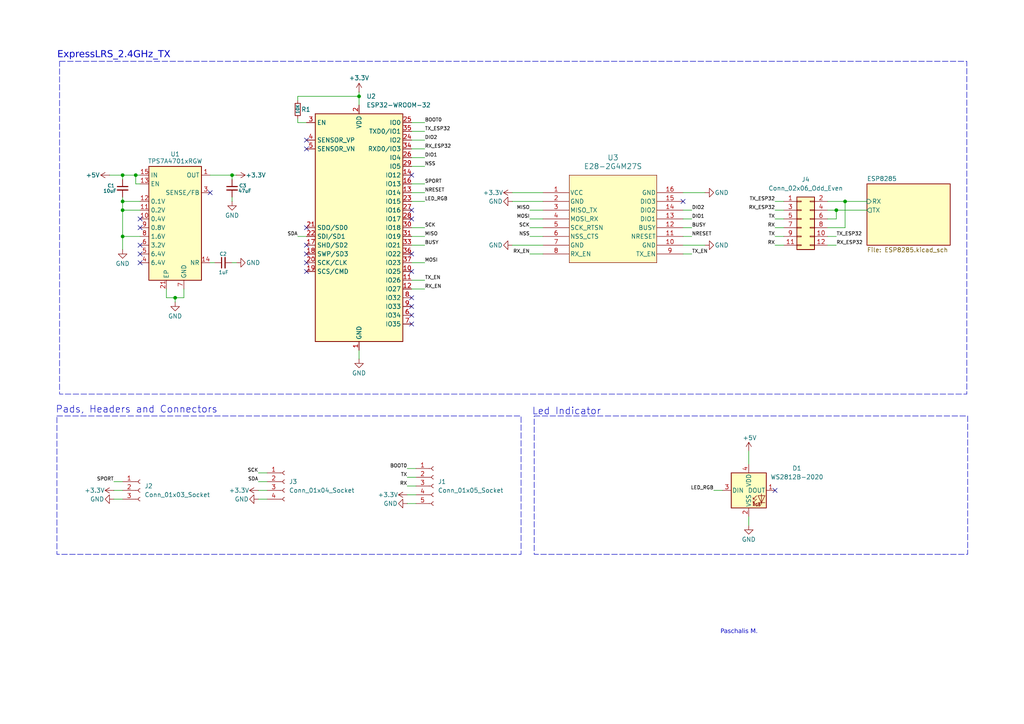
<source format=kicad_sch>
(kicad_sch (version 20250114) (generator "eeschema") (generator_version "9.0")
  (paper "A4")
  (title_block (title "TX3_2.4G") (date "2025-03-27") (rev "1.0") (company "https://github.com/Paschalis | TeodoraMiu") (comment 2 "telemetry and a WS2812B LED indicator to show ExpressLRS status.") (comment 3 "The TX3 features an integrated SSD1306 OLED display for on-screen "))
  (lib_symbols
    (symbol "Connector:Conn_01x03_Socket" (pin_names (offset 1.016) (hide yes))
      (property "Reference" "J" (at 0 5.08 0))
      (property "Value" "Conn_01x03_Socket" (at 0 -5.08 0))
      (symbol "Conn_01x03_Socket_1_1"
        (polyline (pts (xy -1.27 2.54) (xy -0.508 2.54)) (stroke (width 0.1524)))
        (polyline (pts (xy -1.27 0) (xy -0.508 0)) (stroke (width 0.1524)))
        (polyline (pts (xy -1.27 -2.54) (xy -0.508 -2.54)) (stroke (width 0.1524)))
        (arc (start 0 2.032) (mid -0.5058 2.54) (end 0 3.048) (stroke (width 0.1524)))
        (arc (start 0 -0.508) (mid -0.5058 0) (end 0 0.508) (stroke (width 0.1524)))
        (arc (start 0 -3.048) (mid -0.5058 -2.54) (end 0 -2.032) (stroke (width 0.1524)))
        (pin passive line (at -5.08 2.54 0) (length 3.81) (name "Pin_1") (number "1"))
        (pin passive line (at -5.08 0 0) (length 3.81) (name "Pin_2") (number "2"))
        (pin passive line (at -5.08 -2.54 0) (length 3.81) (name "Pin_3") (number "3"))
      )
    )
    (symbol "Connector:Conn_01x04_Socket" (pin_names (offset 1.016) (hide yes))
      (property "Reference" "J" (at 0 5.08 0))
      (property "Value" "Conn_01x04_Socket" (at 0 -7.62 0))
      (symbol "Conn_01x04_Socket_1_1"
        (polyline (pts (xy -1.27 2.54) (xy -0.508 2.54)) (stroke (width 0.1524)))
        (polyline (pts (xy -1.27 0) (xy -0.508 0)) (stroke (width 0.1524)))
        (polyline (pts (xy -1.27 -2.54) (xy -0.508 -2.54)) (stroke (width 0.1524)))
        (polyline (pts (xy -1.27 -5.08) (xy -0.508 -5.08)) (stroke (width 0.1524)))
        (arc (start 0 2.032) (mid -0.5058 2.54) (end 0 3.048) (stroke (width 0.1524)))
        (arc (start 0 -0.508) (mid -0.5058 0) (end 0 0.508) (stroke (width 0.1524)))
        (arc (start 0 -3.048) (mid -0.5058 -2.54) (end 0 -2.032) (stroke (width 0.1524)))
        (arc (start 0 -5.588) (mid -0.5058 -5.08) (end 0 -4.572) (stroke (width 0.1524)))
        (pin passive line (at -5.08 2.54 0) (length 3.81) (name "Pin_1") (number "1"))
        (pin passive line (at -5.08 0 0) (length 3.81) (name "Pin_2") (number "2"))
        (pin passive line (at -5.08 -2.54 0) (length 3.81) (name "Pin_3") (number "3"))
        (pin passive line (at -5.08 -5.08 0) (length 3.81) (name "Pin_4") (number "4"))
      )
    )
    (symbol "Connector:Conn_01x05_Socket" (pin_names (offset 1.016) (hide yes))
      (property "Reference" "J" (at 0 7.62 0))
      (property "Value" "Conn_01x05_Socket" (at 0 -7.62 0))
      (symbol "Conn_01x05_Socket_1_1"
        (polyline (pts (xy -1.27 5.08) (xy -0.508 5.08)) (stroke (width 0.1524)))
        (polyline (pts (xy -1.27 2.54) (xy -0.508 2.54)) (stroke (width 0.1524)))
        (polyline (pts (xy -1.27 0) (xy -0.508 0)) (stroke (width 0.1524)))
        (polyline (pts (xy -1.27 -2.54) (xy -0.508 -2.54)) (stroke (width 0.1524)))
        (polyline (pts (xy -1.27 -5.08) (xy -0.508 -5.08)) (stroke (width 0.1524)))
        (arc (start 0 4.572) (mid -0.5058 5.08) (end 0 5.588) (stroke (width 0.1524)))
        (arc (start 0 2.032) (mid -0.5058 2.54) (end 0 3.048) (stroke (width 0.1524)))
        (arc (start 0 -0.508) (mid -0.5058 0) (end 0 0.508) (stroke (width 0.1524)))
        (arc (start 0 -3.048) (mid -0.5058 -2.54) (end 0 -2.032) (stroke (width 0.1524)))
        (arc (start 0 -5.588) (mid -0.5058 -5.08) (end 0 -4.572) (stroke (width 0.1524)))
        (pin passive line (at -5.08 5.08 0) (length 3.81) (name "Pin_1") (number "1"))
        (pin passive line (at -5.08 2.54 0) (length 3.81) (name "Pin_2") (number "2"))
        (pin passive line (at -5.08 0 0) (length 3.81) (name "Pin_3") (number "3"))
        (pin passive line (at -5.08 -2.54 0) (length 3.81) (name "Pin_4") (number "4"))
        (pin passive line (at -5.08 -5.08 0) (length 3.81) (name "Pin_5") (number "5"))
      )
    )
    (symbol "Connector_Generic:Conn_02x06_Odd_Even" (pin_names (offset 1.016) (hide yes))
      (property "Reference" "J" (at 1.27 7.62 0))
      (property "Value" "Conn_02x06_Odd_Even" (at 1.27 -10.16 0))
      (symbol "Conn_02x06_Odd_Even_1_1"
        (rectangle (start -1.27 6.35) (end 3.81 -8.89) (stroke (width 0.254)) (fill (type background)))
        (rectangle (start -1.27 5.207) (end 0 4.953) (stroke (width 0.1524)))
        (rectangle (start -1.27 2.667) (end 0 2.413) (stroke (width 0.1524)))
        (rectangle (start -1.27 0.127) (end 0 -0.127) (stroke (width 0.1524)))
        (rectangle (start -1.27 -2.413) (end 0 -2.667) (stroke (width 0.1524)))
        (rectangle (start -1.27 -4.953) (end 0 -5.207) (stroke (width 0.1524)))
        (rectangle (start -1.27 -7.493) (end 0 -7.747) (stroke (width 0.1524)))
        (rectangle (start 3.81 5.207) (end 2.54 4.953) (stroke (width 0.1524)))
        (rectangle (start 3.81 2.667) (end 2.54 2.413) (stroke (width 0.1524)))
        (rectangle (start 3.81 0.127) (end 2.54 -0.127) (stroke (width 0.1524)))
        (rectangle (start 3.81 -2.413) (end 2.54 -2.667) (stroke (width 0.1524)))
        (rectangle (start 3.81 -4.953) (end 2.54 -5.207) (stroke (width 0.1524)))
        (rectangle (start 3.81 -7.493) (end 2.54 -7.747) (stroke (width 0.1524)))
        (pin passive line (at -5.08 5.08 0) (length 3.81) (name "Pin_1") (number "1"))
        (pin passive line (at -5.08 2.54 0) (length 3.81) (name "Pin_3") (number "3"))
        (pin passive line (at -5.08 0 0) (length 3.81) (name "Pin_5") (number "5"))
        (pin passive line (at -5.08 -2.54 0) (length 3.81) (name "Pin_7") (number "7"))
        (pin passive line (at -5.08 -5.08 0) (length 3.81) (name "Pin_9") (number "9"))
        (pin passive line (at -5.08 -7.62 0) (length 3.81) (name "Pin_11") (number "11"))
        (pin passive line (at 7.62 5.08 180) (length 3.81) (name "Pin_2") (number "2"))
        (pin passive line (at 7.62 2.54 180) (length 3.81) (name "Pin_4") (number "4"))
        (pin passive line (at 7.62 0 180) (length 3.81) (name "Pin_6") (number "6"))
        (pin passive line (at 7.62 -2.54 180) (length 3.81) (name "Pin_8") (number "8"))
        (pin passive line (at 7.62 -5.08 180) (length 3.81) (name "Pin_10") (number "10"))
        (pin passive line (at 7.62 -7.62 180) (length 3.81) (name "Pin_12") (number "12"))
      )
    )
    (symbol "Device:C_Small" (pin_numbers (hide yes)) (pin_names (offset 0.254) (hide yes))
      (property "Reference" "C" (at 0.254 1.778 0))
      (property "Value" "C_Small" (at 0.254 -2.032 0))
      (symbol "C_Small_0_1"
        (polyline (pts (xy -1.524 0.508) (xy 1.524 0.508)) (stroke (width 0.3048)))
        (polyline (pts (xy -1.524 -0.508) (xy 1.524 -0.508)) (stroke (width 0.3302)))
      )
      (symbol "C_Small_1_1"
        (pin passive line (at 0 2.54 270) (length 2.032) (name "~") (number "1"))
        (pin passive line (at 0 -2.54 90) (length 2.032) (name "~") (number "2"))
      )
    )
    (symbol "Device:R_Small" (pin_numbers (hide yes)) (pin_names (offset 0.254) (hide yes))
      (property "Reference" "R" (at 0.762 0.508 0))
      (property "Value" "R_Small" (at 0.762 -1.016 0))
      (symbol "R_Small_0_1"
        (rectangle (start -0.762 1.778) (end 0.762 -1.778) (stroke (width 0.2032)))
      )
      (symbol "R_Small_1_1"
        (pin passive line (at 0 2.54 270) (length 0.762) (name "~") (number "1"))
        (pin passive line (at 0 -2.54 90) (length 0.762) (name "~") (number "2"))
      )
    )
    (symbol "E28-2G4M27SX:E28-2G4M27S" (pin_names (offset 0.254))
      (property "Reference" "U" (at 20.32 10.16 0))
      (property "Value" "E28-2G4M27S" (at 20.32 7.62 0))
      (symbol "E28-2G4M27S_0_1"
        (pin power_out line (at 40.64 -15.24 180) (length 7.62) (name "GND") (number "10"))
      )
      (symbol "E28-2G4M27S_1_1"
        (rectangle (start 7.62 5.08) (end 33.02 -20.32) (fill (type color) (color 255 255 194 1)))
        (pin power_in line (at 0 0 0) (length 7.62) (name "VCC") (number "1"))
        (pin power_out line (at 0 -2.54 0) (length 7.62) (name "GND") (number "2"))
        (pin bidirectional line (at 0 -5.08 0) (length 7.62) (name "MISO_TX") (number "3"))
        (pin bidirectional line (at 0 -7.62 0) (length 7.62) (name "MOSI_RX") (number "4"))
        (pin input line (at 0 -10.16 0) (length 7.62) (name "SCK_RTSN") (number "5"))
        (pin input line (at 0 -12.7 0) (length 7.62) (name "NSS_CTS") (number "6"))
        (pin power_out line (at 0 -15.24 0) (length 7.62) (name "GND") (number "7"))
        (pin input line (at 0 -17.78 0) (length 7.62) (name "RX_EN") (number "8"))
        (pin power_out line (at 40.64 0 180) (length 7.62) (name "GND") (number "16"))
        (pin bidirectional line (at 40.64 -2.54 180) (length 7.62) (name "DIO3") (number "15"))
        (pin bidirectional line (at 40.64 -5.08 180) (length 7.62) (name "DIO2") (number "14"))
        (pin bidirectional line (at 40.64 -7.62 180) (length 7.62) (name "DIO1") (number "13"))
        (pin bidirectional line (at 40.64 -10.16 180) (length 7.62) (name "BUSY") (number "12"))
        (pin bidirectional line (at 40.64 -12.7 180) (length 7.62) (name "NRESET") (number "11"))
        (pin bidirectional line (at 40.64 -17.78 180) (length 7.62) (name "TX_EN") (number "9"))
      )
    )
    (symbol "LED:WS2812B-2020" (pin_names (offset 0.254))
      (property "Reference" "D" (at 5.08 5.715 0))
      (property "Value" "WS2812B-2020" (at 1.27 -5.715 0))
      (symbol "WS2812B-2020_0_0"
        (text "RGB" (at 2.286 -4.191 0) (effects (font (size 0.762 0.762))))
      )
      (symbol "WS2812B-2020_0_1"
        (polyline (pts (xy 1.27 -2.54) (xy 1.778 -2.54)))
        (polyline (pts (xy 1.27 -3.556) (xy 1.778 -3.556)))
        (polyline (pts (xy 2.286 -1.524) (xy 1.27 -2.54) (xy 1.27 -2.032)))
        (polyline (pts (xy 2.286 -2.54) (xy 1.27 -3.556) (xy 1.27 -3.048)))
        (polyline (pts (xy 3.683 -1.016) (xy 3.683 -3.556) (xy 3.683 -4.064)))
        (polyline (pts (xy 4.699 -1.524) (xy 2.667 -1.524) (xy 3.683 -3.556) (xy 4.699 -1.524)))
        (polyline (pts (xy 4.699 -3.556) (xy 2.667 -3.556)))
        (rectangle (start 5.08 5.08) (end -5.08 -5.08) (stroke (width 0.254)) (fill (type background)))
      )
      (symbol "WS2812B-2020_1_1"
        (pin input line (at -7.62 0 0) (length 2.54) (name "DIN") (number "3"))
        (pin power_in line (at 0 7.62 270) (length 2.54) (name "VDD") (number "4"))
        (pin power_in line (at 0 -7.62 90) (length 2.54) (name "VSS") (number "2"))
        (pin output line (at 7.62 0 180) (length 2.54) (name "DOUT") (number "1"))
      )
    )
    (symbol "RF_Module:ESP32-WROOM-32"
      (property "Reference" "U" (at -12.7 34.29 0))
      (property "Value" "ESP32-WROOM-32" (at 1.27 34.29 0))
      (symbol "ESP32-WROOM-32_0_1"
        (rectangle (start -12.7 33.02) (end 12.7 -33.02) (stroke (width 0.254)) (fill (type background)))
      )
      (symbol "ESP32-WROOM-32_1_1"
        (pin input line (at -15.24 30.48 0) (length 2.54) (name "EN") (number "3"))
        (pin input line (at -15.24 25.4 0) (length 2.54) (name "SENSOR_VP") (number "4"))
        (pin input line (at -15.24 22.86 0) (length 2.54) (name "SENSOR_VN") (number "5"))
        (pin bidirectional line (at -15.24 0 0) (length 2.54) (name "SDO/SD0") (number "21"))
        (pin bidirectional line (at -15.24 -2.54 0) (length 2.54) (name "SDI/SD1") (number "22"))
        (pin bidirectional line (at -15.24 -5.08 0) (length 2.54) (name "SHD/SD2") (number "17"))
        (pin bidirectional line (at -15.24 -7.62 0) (length 2.54) (name "SWP/SD3") (number "18"))
        (pin bidirectional line (at -15.24 -10.16 0) (length 2.54) (name "SCK/CLK") (number "20"))
        (pin bidirectional line (at -15.24 -12.7 0) (length 2.54) (name "SCS/CMD") (number "19"))
        (pin no_connect line (at -12.7 -27.94 0) (length 2.54) (hide yes) (name "NC") (number "32"))
        (pin power_in line (at 0 35.56 270) (length 2.54) (name "VDD") (number "2"))
        (pin power_in line (at 0 -35.56 90) (length 2.54) (name "GND") (number "1"))
        (pin passive line (at 0 -35.56 90) (length 2.54) (hide yes) (name "GND") (number "15"))
        (pin passive line (at 0 -35.56 90) (length 2.54) (hide yes) (name "GND") (number "38"))
        (pin passive line (at 0 -35.56 90) (length 2.54) (hide yes) (name "GND") (number "39"))
        (pin bidirectional line (at 15.24 30.48 180) (length 2.54) (name "IO0") (number "25"))
        (pin bidirectional line (at 15.24 27.94 180) (length 2.54) (name "TXD0/IO1") (number "35"))
        (pin bidirectional line (at 15.24 25.4 180) (length 2.54) (name "IO2") (number "24"))
        (pin bidirectional line (at 15.24 22.86 180) (length 2.54) (name "RXD0/IO3") (number "34"))
        (pin bidirectional line (at 15.24 20.32 180) (length 2.54) (name "IO4") (number "26"))
        (pin bidirectional line (at 15.24 17.78 180) (length 2.54) (name "IO5") (number "29"))
        (pin bidirectional line (at 15.24 15.24 180) (length 2.54) (name "IO12") (number "14"))
        (pin bidirectional line (at 15.24 12.7 180) (length 2.54) (name "IO13") (number "16"))
        (pin bidirectional line (at 15.24 10.16 180) (length 2.54) (name "IO14") (number "13"))
        (pin bidirectional line (at 15.24 7.62 180) (length 2.54) (name "IO15") (number "23"))
        (pin bidirectional line (at 15.24 5.08 180) (length 2.54) (name "IO16") (number "27"))
        (pin bidirectional line (at 15.24 2.54 180) (length 2.54) (name "IO17") (number "28"))
        (pin bidirectional line (at 15.24 0 180) (length 2.54) (name "IO18") (number "30"))
        (pin bidirectional line (at 15.24 -2.54 180) (length 2.54) (name "IO19") (number "31"))
        (pin bidirectional line (at 15.24 -5.08 180) (length 2.54) (name "IO21") (number "33"))
        (pin bidirectional line (at 15.24 -7.62 180) (length 2.54) (name "IO22") (number "36"))
        (pin bidirectional line (at 15.24 -10.16 180) (length 2.54) (name "IO23") (number "37"))
        (pin bidirectional line (at 15.24 -12.7 180) (length 2.54) (name "IO25") (number "10"))
        (pin bidirectional line (at 15.24 -15.24 180) (length 2.54) (name "IO26") (number "11"))
        (pin bidirectional line (at 15.24 -17.78 180) (length 2.54) (name "IO27") (number "12"))
        (pin bidirectional line (at 15.24 -20.32 180) (length 2.54) (name "IO32") (number "8"))
        (pin bidirectional line (at 15.24 -22.86 180) (length 2.54) (name "IO33") (number "9"))
        (pin input line (at 15.24 -25.4 180) (length 2.54) (name "IO34") (number "6"))
        (pin input line (at 15.24 -27.94 180) (length 2.54) (name "IO35") (number "7"))
      )
    )
    (symbol "Regulator_Linear:TPS7A4701xRGW"
      (property "Reference" "U" (at -6.35 19.05 0))
      (property "Value" "TPS7A4701xRGW" (at 3.81 19.05 0))
      (symbol "TPS7A4701xRGW_0_1"
        (rectangle (start -7.62 17.78) (end 7.62 -15.24) (stroke (width 0.254)) (fill (type background)))
      )
      (symbol "TPS7A4701xRGW_1_1"
        (pin power_in line (at -10.16 15.24 0) (length 2.54) (name "IN") (number "15"))
        (pin passive line (at -10.16 15.24 0) (length 2.54) (hide yes) (name "IN") (number "16"))
        (pin input line (at -10.16 12.7 0) (length 2.54) (name "EN") (number "13"))
        (pin input line (at -10.16 7.62 0) (length 2.54) (name "0.1V") (number "12"))
        (pin input line (at -10.16 5.08 0) (length 2.54) (name "0.2V") (number "11"))
        (pin input line (at -10.16 2.54 0) (length 2.54) (name "0.4V") (number "10"))
        (pin input line (at -10.16 0 0) (length 2.54) (name "0.8V") (number "9"))
        (pin input line (at -10.16 -2.54 0) (length 2.54) (name "1.6V") (number "8"))
        (pin input line (at -10.16 -5.08 0) (length 2.54) (name "3.2V") (number "6"))
        (pin input line (at -10.16 -7.62 0) (length 2.54) (name "6.4V") (number "5"))
        (pin input line (at -10.16 -10.16 0) (length 2.54) (name "6.4V") (number "4"))
        (pin passive line (at -2.54 -17.78 90) (length 2.54) (name "EP") (number "21"))
        (pin power_in line (at 2.54 -17.78 90) (length 2.54) (name "GND") (number "7"))
        (pin power_out line (at 10.16 15.24 180) (length 2.54) (name "OUT") (number "1"))
        (pin power_out line (at 10.16 15.24 180) (length 2.54) (hide yes) (name "OUT") (number "20"))
        (pin input line (at 10.16 10.16 180) (length 2.54) (name "SENSE/FB") (number "3"))
        (pin passive line (at 10.16 -10.16 180) (length 2.54) (name "NR") (number "14"))
      )
    )
    (symbol "power:+3.3V" (power) (pin_numbers (hide yes)) (pin_names (offset 0) (hide yes))
      (property "Value" "+3.3V" (at 0 3.556 0))
      (symbol "+3.3V_0_1"
        (polyline (pts (xy -0.762 1.27) (xy 0 2.54)))
        (polyline (pts (xy 0 2.54) (xy 0.762 1.27)))
        (polyline (pts (xy 0 0) (xy 0 2.54)))
      )
      (symbol "+3.3V_1_1"
        (pin power_in line (at 0 0 90) (length 0) (name "~") (number "1"))
      )
    )
    (symbol "power:+5V" (power) (pin_numbers (hide yes)) (pin_names (offset 0) (hide yes))
      (property "Value" "+5V" (at 0 3.556 0))
      (symbol "+5V_0_1"
        (polyline (pts (xy -0.762 1.27) (xy 0 2.54)))
        (polyline (pts (xy 0 2.54) (xy 0.762 1.27)))
        (polyline (pts (xy 0 0) (xy 0 2.54)))
      )
      (symbol "+5V_1_1"
        (pin power_in line (at 0 0 90) (length 0) (name "~") (number "1"))
      )
    )
    (symbol "power:GND" (power) (pin_numbers (hide yes)) (pin_names (offset 0) (hide yes))
      (property "Value" "GND" (at 0 -3.81 0))
      (symbol "GND_0_1"
        (polyline (pts (xy 0 0) (xy 0 -1.27) (xy 1.27 -1.27) (xy 0 -2.54) (xy -1.27 -1.27) (xy 0 -1.27)))
      )
      (symbol "GND_1_1"
        (pin power_in line (at 0 0 270) (length 0) (name "~") (number "1"))
      )
    )
  )
  (rectangle (start 154.94 120.65) (end 280.67 160.782) (stroke (width 0) (type dash)))
  (rectangle (start 17.272 17.78) (end 280.416 114.3) (stroke (width 0) (type dash)))
  (rectangle (start 16.51 120.65) (end 151.13 160.782) (stroke (width 0) (type dash)))
  (text "Paschalis M." (at 214.376 183.642 0) (effects (font (size 1.27 1.27))))
  (text "Led Indicator" (at 164.338 119.38 0) (effects (font (size 2 2))))
  (text "Pads, Headers and Connectors" (at 39.624 118.872 0) (effects (font (size 2 2))))
  (text "ExpressLRS_2.4GHz_TX" (at 33.02 16.51 0) (effects (font (size 2 2) (thickness 0.2938))))
  (junction (at 67.31 50.8))
  (junction (at 242.57 60.96))
  (junction (at 39.37 50.8))
  (junction (at 35.56 58.42))
  (junction (at 35.56 68.58))
  (junction (at 104.14 27.94))
  (junction (at 35.56 60.96))
  (junction (at 245.11 58.42))
  (junction (at 35.56 50.8))
  (junction (at 50.8 86.36))
  (no_connect (at 119.38 60.96))
  (no_connect (at 198.12 58.42))
  (no_connect (at 119.38 91.44))
  (no_connect (at 88.9 66.04))
  (no_connect (at 119.38 88.9))
  (no_connect (at 40.64 63.5))
  (no_connect (at 88.9 43.18))
  (no_connect (at 224.79 142.24))
  (no_connect (at 119.38 73.66))
  (no_connect (at 60.96 55.88))
  (no_connect (at 88.9 73.66))
  (no_connect (at 88.9 71.12))
  (no_connect (at 119.38 86.36))
  (no_connect (at 40.64 66.04))
  (no_connect (at 119.38 50.8))
  (no_connect (at 40.64 73.66))
  (no_connect (at 119.38 63.5))
  (no_connect (at 88.9 76.2))
  (no_connect (at 119.38 78.74))
  (no_connect (at 40.64 71.12))
  (no_connect (at 88.9 78.74))
  (no_connect (at 119.38 93.98))
  (no_connect (at 40.64 76.2))
  (no_connect (at 88.9 40.64))
  (wire (pts (xy 48.26 86.36) (xy 50.8 86.36)))
  (wire (pts (xy 198.12 55.88) (xy 204.47 55.88)))
  (wire (pts (xy 118.11 146.05) (xy 120.65 146.05)))
  (wire (pts (xy 33.02 139.7) (xy 35.56 139.7)))
  (wire (pts (xy 118.11 138.43) (xy 120.65 138.43)))
  (wire (pts (xy 104.14 101.6) (xy 104.14 104.14)))
  (wire (pts (xy 119.38 66.04) (xy 123.19 66.04)))
  (wire (pts (xy 35.56 60.96) (xy 35.56 68.58)))
  (wire (pts (xy 119.38 76.2) (xy 123.19 76.2)))
  (wire (pts (xy 74.93 142.24) (xy 77.47 142.24)))
  (wire (pts (xy 119.38 83.82) (xy 123.19 83.82)))
  (wire (pts (xy 35.56 68.58) (xy 40.64 68.58)))
  (wire (pts (xy 40.64 53.34) (xy 39.37 53.34)))
  (wire (pts (xy 224.79 66.04) (xy 227.33 66.04)))
  (wire (pts (xy 240.03 60.96) (xy 242.57 60.96)))
  (wire (pts (xy 240.03 58.42) (xy 245.11 58.42)))
  (wire (pts (xy 35.56 58.42) (xy 35.56 60.96)))
  (wire (pts (xy 119.38 58.42) (xy 123.19 58.42)))
  (wire (pts (xy 242.57 60.96) (xy 251.46 60.96)))
  (wire (pts (xy 35.56 50.8) (xy 39.37 50.8)))
  (wire (pts (xy 153.67 60.96) (xy 157.48 60.96)))
  (wire (pts (xy 74.93 144.78) (xy 77.47 144.78)))
  (wire (pts (xy 224.79 60.96) (xy 227.33 60.96)))
  (wire (pts (xy 153.67 68.58) (xy 157.48 68.58)))
  (wire (pts (xy 86.36 35.56) (xy 86.36 34.29)))
  (wire (pts (xy 198.12 63.5) (xy 200.66 63.5)))
  (wire (pts (xy 104.14 27.94) (xy 104.14 30.48)))
  (wire (pts (xy 240.03 66.04) (xy 245.11 66.04)))
  (wire (pts (xy 40.64 58.42) (xy 35.56 58.42)))
  (wire (pts (xy 118.11 143.51) (xy 120.65 143.51)))
  (wire (pts (xy 119.38 45.72) (xy 123.19 45.72)))
  (wire (pts (xy 153.67 66.04) (xy 157.48 66.04)))
  (wire (pts (xy 119.38 38.1) (xy 123.19 38.1)))
  (wire (pts (xy 153.67 63.5) (xy 157.48 63.5)))
  (wire (pts (xy 217.17 130.81) (xy 217.17 134.62)))
  (wire (pts (xy 88.9 35.56) (xy 86.36 35.56)))
  (wire (pts (xy 198.12 68.58) (xy 200.66 68.58)))
  (wire (pts (xy 224.79 58.42) (xy 227.33 58.42)))
  (wire (pts (xy 33.02 144.78) (xy 35.56 144.78)))
  (wire (pts (xy 35.56 57.15) (xy 35.56 58.42)))
  (wire (pts (xy 33.02 142.24) (xy 35.56 142.24)))
  (wire (pts (xy 198.12 66.04) (xy 200.66 66.04)))
  (wire (pts (xy 119.38 55.88) (xy 123.19 55.88)))
  (wire (pts (xy 35.56 60.96) (xy 40.64 60.96)))
  (wire (pts (xy 31.75 50.8) (xy 35.56 50.8)))
  (wire (pts (xy 119.38 43.18) (xy 123.19 43.18)))
  (wire (pts (xy 39.37 50.8) (xy 40.64 50.8)))
  (wire (pts (xy 240.03 63.5) (xy 242.57 63.5)))
  (wire (pts (xy 60.96 76.2) (xy 62.23 76.2)))
  (wire (pts (xy 74.93 137.16) (xy 77.47 137.16)))
  (wire (pts (xy 198.12 60.96) (xy 200.66 60.96)))
  (wire (pts (xy 148.59 58.42) (xy 157.48 58.42)))
  (wire (pts (xy 119.38 48.26) (xy 123.19 48.26)))
  (wire (pts (xy 148.59 71.12) (xy 157.48 71.12)))
  (wire (pts (xy 245.11 58.42) (xy 245.11 66.04)))
  (wire (pts (xy 148.59 55.88) (xy 157.48 55.88)))
  (wire (pts (xy 53.34 86.36) (xy 53.34 83.82)))
  (wire (pts (xy 67.31 50.8) (xy 68.58 50.8)))
  (wire (pts (xy 217.17 149.86) (xy 217.17 152.4)))
  (wire (pts (xy 39.37 53.34) (xy 39.37 50.8)))
  (wire (pts (xy 240.03 68.58) (xy 242.57 68.58)))
  (wire (pts (xy 119.38 35.56) (xy 123.19 35.56)))
  (wire (pts (xy 224.79 63.5) (xy 227.33 63.5)))
  (wire (pts (xy 48.26 83.82) (xy 48.26 86.36)))
  (wire (pts (xy 118.11 140.97) (xy 120.65 140.97)))
  (wire (pts (xy 104.14 26.67) (xy 104.14 27.94)))
  (wire (pts (xy 240.03 71.12) (xy 242.57 71.12)))
  (wire (pts (xy 198.12 71.12) (xy 204.47 71.12)))
  (wire (pts (xy 242.57 60.96) (xy 242.57 63.5)))
  (wire (pts (xy 86.36 68.58) (xy 88.9 68.58)))
  (wire (pts (xy 119.38 40.64) (xy 123.19 40.64)))
  (wire (pts (xy 67.31 76.2) (xy 68.58 76.2)))
  (wire (pts (xy 224.79 68.58) (xy 227.33 68.58)))
  (wire (pts (xy 207.01 142.24) (xy 209.55 142.24)))
  (wire (pts (xy 245.11 58.42) (xy 251.46 58.42)))
  (wire (pts (xy 60.96 50.8) (xy 67.31 50.8)))
  (wire (pts (xy 118.11 135.89) (xy 120.65 135.89)))
  (wire (pts (xy 119.38 53.34) (xy 123.19 53.34)))
  (wire (pts (xy 35.56 50.8) (xy 35.56 52.07)))
  (wire (pts (xy 50.8 86.36) (xy 53.34 86.36)))
  (wire (pts (xy 224.79 71.12) (xy 227.33 71.12)))
  (wire (pts (xy 50.8 87.63) (xy 50.8 86.36)))
  (wire (pts (xy 153.67 73.66) (xy 157.48 73.66)))
  (wire (pts (xy 86.36 29.21) (xy 86.36 27.94)))
  (wire (pts (xy 119.38 71.12) (xy 123.19 71.12)))
  (wire (pts (xy 67.31 52.07) (xy 67.31 50.8)))
  (wire (pts (xy 198.12 73.66) (xy 200.66 73.66)))
  (wire (pts (xy 119.38 68.58) (xy 123.19 68.58)))
  (wire (pts (xy 67.31 57.15) (xy 67.31 58.42)))
  (wire (pts (xy 119.38 81.28) (xy 123.19 81.28)))
  (wire (pts (xy 74.93 139.7) (xy 77.47 139.7)))
  (wire (pts (xy 35.56 68.58) (xy 35.56 72.39)))
  (wire (pts (xy 86.36 27.94) (xy 104.14 27.94)))
  (label "SDA" (at 74.93 139.7 180) (effects (font (size 1 1))))
  (label "TX_ESP32" (at 224.79 58.42 180) (effects (font (size 1 1))))
  (label "BOOT0" (at 123.19 35.56 0) (effects (font (size 1 1))))
  (label "SPORT" (at 123.19 53.34 0) (effects (font (size 1 1))))
  (label "DIO2" (at 200.66 60.96 0) (effects (font (size 1 1))))
  (label "TX_EN" (at 123.19 81.28 0) (effects (font (size 1 1))))
  (label "DIO1" (at 200.66 63.5 0) (effects (font (size 1 1))))
  (label "SCK" (at 74.93 137.16 180) (effects (font (size 1 1))))
  (label "RX" (at 224.79 71.12 180) (effects (font (size 1 1))))
  (label "TX" (at 224.79 63.5 180) (effects (font (size 1 1))))
  (label "RX" (at 118.11 140.97 180) (effects (font (size 1 1))))
  (label "TX" (at 224.79 68.58 180) (effects (font (size 1 1))))
  (label "BUSY" (at 200.66 66.04 0) (effects (font (size 1 1))))
  (label "LED_RGB" (at 123.19 58.42 0) (effects (font (size 1 1))))
  (label "DIO2" (at 123.19 40.64 0) (effects (font (size 1 1))))
  (label "SCK" (at 153.67 66.04 180) (effects (font (size 1 1))))
  (label "RX_ESP32" (at 224.79 60.96 180) (effects (font (size 1 1))))
  (label "RX_ESP32" (at 123.19 43.18 0) (effects (font (size 1 1))))
  (label "DIO1" (at 123.19 45.72 0) (effects (font (size 1 1))))
  (label "SCK" (at 123.19 66.04 0) (effects (font (size 1 1))))
  (label "SDA" (at 86.36 68.58 180) (effects (font (size 1 1))))
  (label "NRESET" (at 123.19 55.88 0) (effects (font (size 1 1))))
  (label "TX_ESP32" (at 123.19 38.1 0) (effects (font (size 1 1))))
  (label "LED_RGB" (at 207.01 142.24 180) (effects (font (size 1 1))))
  (label "BUSY" (at 123.19 71.12 0) (effects (font (size 1 1))))
  (label "RX" (at 224.79 66.04 180) (effects (font (size 1 1))))
  (label "RX_ESP32" (at 242.57 71.12 0) (effects (font (size 1 1))))
  (label "NSS" (at 153.67 68.58 180) (effects (font (size 1 1))))
  (label "MOSI" (at 123.19 76.2 0) (effects (font (size 1 1))))
  (label "TX_EN" (at 200.66 73.66 0) (effects (font (size 1 1))))
  (label "TX" (at 118.11 138.43 180) (effects (font (size 1 1))))
  (label "MISO" (at 123.19 68.58 0) (effects (font (size 1 1))))
  (label "NSS" (at 123.19 48.26 0) (effects (font (size 1 1))))
  (label "RX_EN" (at 153.67 73.66 180) (effects (font (size 1 1))))
  (label "RX_EN" (at 123.19 83.82 0) (effects (font (size 1 1))))
  (label "TX_ESP32" (at 242.57 68.58 0) (effects (font (size 1 1))))
  (label "BOOT0" (at 118.11 135.89 180) (effects (font (size 1 1))))
  (label "SPORT" (at 33.02 139.7 180) (effects (font (size 1 1))))
  (label "MOSI" (at 153.67 63.5 180) (effects (font (size 1 1))))
  (label "MISO" (at 153.67 60.96 180) (effects (font (size 1 1))))
  (label "NRESET" (at 200.66 68.58 0) (effects (font (size 1 1))))
  (symbol (lib_id "Connector:Conn_01x05_Socket") (at 125.73 140.97 0) (unit 1)
    (property "Reference" "J1" (at 127 139.6999 0) (effects (justify left)))
    (property "Value" "Conn_01x05_Socket" (at 127 142.2399 0) (effects (justify left)))
    (property "Footprint" "Connector_JST:JST_XH_B5B-XH-A_1x05_P2.50mm_Vertical" (effects (hide yes)))
    (property "Description" "Generic connector, single row, 01x05, script generated" (effects (hide yes)))
  )
  (symbol (lib_id "RF_Module:ESP32-WROOM-32") (at 104.14 66.04 0) (unit 1)
    (property "Reference" "U2" (at 106.2833 27.94 0) (effects (justify left)))
    (property "Value" "ESP32-WROOM-32" (at 106.2833 30.48 0) (effects (justify left)))
    (property "Footprint" "RF_Module:ESP32-WROOM-32" (effects (hide yes)))
    (property "Datasheet" "https://www.espressif.com/sites/default/files/documentation/esp32-wroom-32_datasheet_en.pdf" (effects (hide yes)))
    (property "Description" "RF Module, ESP32-D0WDQ6 SoC, Wi-Fi 802.11b/g/n, Bluetooth, BLE, 32-bit, 2.7-3.6V, onboard antenna, SMD" (effects (hide yes)))
  )
  (symbol (lib_id "power:GND") (at 148.59 58.42 270) (mirror x) (unit 1)
    (property "Reference" "#PWR012" (effects (hide yes)))
    (property "Value" "GND" (at 145.796 58.42 90) (effects (justify right)))
    (property "Description" "Power symbol creates a global label with name \"GND\" , ground" (effects (hide yes)))
  )
  (symbol (lib_id "power:GND") (at 74.93 144.78 270) (mirror x) (unit 1)
    (property "Reference" "#PWR021" (effects (hide yes)))
    (property "Value" "GND" (at 72.136 144.78 90) (effects (justify right)))
    (property "Description" "Power symbol creates a global label with name \"GND\" , ground" (effects (hide yes)))
  )
  (symbol (lib_id "power:+3.3V") (at 118.11 143.51 90) (mirror x) (unit 1)
    (property "Reference" "#PWR011" (effects (hide yes)))
    (property "Value" "+3.3V" (at 112.522 143.51 90))
    (property "Description" "Power symbol creates a global label with name \"+3.3V\"" (effects (hide yes)))
  )
  (symbol (lib_id "Regulator_Linear:TPS7A4701xRGW") (at 50.8 66.04 0) (unit 1)
    (property "Reference" "U1" (at 50.8 44.704 0))
    (property "Value" "TPS7A4701xRGW" (at 50.8 46.736 0))
    (property "Footprint" "Package_DFN_QFN:Texas_RGW0020A_VQFN-20-1EP_5x5mm_P0.65mm_EP3.15x3.15mm_ThermalVias" (effects (hide yes)))
    (property "Datasheet" "https://www.ti.com/lit/ds/symlink/tps7a47.pdf" (effects (hide yes)))
    (property "Description" "1A, Low-Noise Low-Dropout Voltage Regulator, 3-35V Input, Adjustable 1.4-34V Output, VQFN-20" (effects (hide yes)))
  )
  (symbol (lib_id "power:+3.3V") (at 33.02 142.24 90) (mirror x) (unit 1)
    (property "Reference" "#PWR016" (effects (hide yes)))
    (property "Value" "+3.3V" (at 27.432 142.24 90))
    (property "Description" "Power symbol creates a global label with name \"+3.3V\"" (effects (hide yes)))
  )
  (symbol (lib_id "power:GND") (at 204.47 55.88 90) (unit 1)
    (property "Reference" "#PWR010" (effects (hide yes)))
    (property "Value" "GND" (at 207.264 55.88 90) (effects (justify right)))
    (property "Description" "Power symbol creates a global label with name \"GND\" , ground" (effects (hide yes)))
  )
  (symbol (lib_id "power:+5V") (at 217.17 130.81 0) (unit 1)
    (property "Reference" "#PWR018" (effects (hide yes)))
    (property "Value" "+5V" (at 215.392 127 0) (effects (justify left)))
    (property "Description" "Power symbol creates a global label with name \"+5V\"" (effects (hide yes)))
  )
  (symbol (lib_id "power:GND") (at 35.56 72.39 0) (unit 1)
    (property "Reference" "#PWR02" (effects (hide yes)))
    (property "Value" "GND" (at 35.56 76.454 0))
    (property "Description" "Power symbol creates a global label with name \"GND\" , ground" (effects (hide yes)))
  )
  (symbol (lib_id "Device:C_Small") (at 35.56 54.61 0) (mirror y) (unit 1)
    (property "Reference" "C1" (at 33.274 53.848 0) (effects (font (size 1 1)) (justify left)))
    (property "Value" "10uF" (at 33.782 55.372 0) (effects (font (size 1 1)) (justify left)))
    (property "Footprint" "Capacitor_SMD:C_0603_1608Metric_Pad1.08x0.95mm_HandSolder" (effects (hide yes)))
    (property "Description" "Unpolarized capacitor, small symbol" (effects (hide yes)))
  )
  (symbol (lib_id "LED:WS2812B-2020") (at 217.17 142.24 0) (unit 1)
    (property "Reference" "D1" (at 231.14 135.8198 0))
    (property "Value" "WS2812B-2020" (at 231.14 138.3598 0))
    (property "Footprint" "LED_SMD:LED_WS2812B-2020_PLCC4_2.0x2.0mm" (effects (hide yes)))
    (property "Datasheet" "https://cdn-shop.adafruit.com/product-files/4684/4684_WS2812B-2020_V1.3_EN.pdf" (effects (hide yes)))
    (property "Description" "RGB LED with integrated controller, 2.0 x 2.0 mm, 12 mA" (effects (hide yes)))
  )
  (symbol (lib_id "E28-2G4M27SX:E28-2G4M27S") (at 157.48 55.88 0) (unit 1)
    (property "Reference" "U3" (at 177.8 45.72 0) (effects (font (size 1.524 1.524))))
    (property "Value" "E28-2G4M27S" (at 177.8 48.26 0) (effects (font (size 1.524 1.524))))
    (property "Footprint" "Library:E28" (effects (hide yes)))
    (property "Datasheet" "E28-2G4M27S" (effects (hide yes)))
  )
  (symbol (lib_id "Connector_Generic:Conn_02x06_Odd_Even") (at 232.41 63.5 0) (unit 1)
    (property "Reference" "J4" (at 233.68 52.07 0))
    (property "Value" "Conn_02x06_Odd_Even" (at 233.68 54.61 0))
    (property "Footprint" "Connector_JST:JST_PHD_B12B-PHDSS_2x06_P2.00mm_Vertical" (effects (hide yes)))
    (property "Description" "Generic connector, double row, 02x06, odd/even pin numbering scheme (row 1 odd numbers, row 2 even numbers), script generated (kicad-library-utils/schlib/autogen/connector/)" (effects (hide yes)))
  )
  (symbol (lib_id "Connector:Conn_01x04_Socket") (at 82.55 139.7 0) (unit 1)
    (property "Reference" "J3" (at 83.82 139.6999 0) (effects (justify left)))
    (property "Value" "Conn_01x04_Socket" (at 83.82 142.2399 0) (effects (justify left)))
    (property "Footprint" "Connector_JST:JST_XH_B4B-XH-A_1x04_P2.50mm_Vertical" (effects (hide yes)))
    (property "Description" "Generic connector, single row, 01x04, script generated" (effects (hide yes)))
  )
  (symbol (lib_id "power:GND") (at 67.31 58.42 0) (unit 1)
    (property "Reference" "#PWR04" (effects (hide yes)))
    (property "Value" "GND" (at 67.31 62.484 0))
    (property "Description" "Power symbol creates a global label with name \"GND\" , ground" (effects (hide yes)))
  )
  (symbol (lib_id "power:+3.3V") (at 68.58 50.8 270) (unit 1)
    (property "Reference" "#PWR05" (effects (hide yes)))
    (property "Value" "+3.3V" (at 74.168 50.8 90))
    (property "Description" "Power symbol creates a global label with name \"+3.3V\"" (effects (hide yes)))
  )
  (symbol (lib_id "power:GND") (at 118.11 146.05 270) (mirror x) (unit 1)
    (property "Reference" "#PWR015" (effects (hide yes)))
    (property "Value" "GND" (at 115.316 146.05 90) (effects (justify right)))
    (property "Description" "Power symbol creates a global label with name \"GND\" , ground" (effects (hide yes)))
  )
  (symbol (lib_id "power:+3.3V") (at 74.93 142.24 90) (mirror x) (unit 1)
    (property "Reference" "#PWR020" (effects (hide yes)))
    (property "Value" "+3.3V" (at 69.342 142.24 90))
    (property "Description" "Power symbol creates a global label with name \"+3.3V\"" (effects (hide yes)))
  )
  (symbol (lib_id "power:+3.3V") (at 104.14 26.67 0) (mirror y) (unit 1)
    (property "Reference" "#PWR07" (effects (hide yes)))
    (property "Value" "+3.3V" (at 104.14 22.606 0))
    (property "Description" "Power symbol creates a global label with name \"+3.3V\"" (effects (hide yes)))
  )
  (symbol (lib_id "power:GND") (at 50.8 87.63 0) (unit 1)
    (property "Reference" "#PWR03" (effects (hide yes)))
    (property "Value" "GND" (at 52.832 91.694 0) (effects (justify right)))
    (property "Description" "Power symbol creates a global label with name \"GND\" , ground" (effects (hide yes)))
  )
  (symbol (lib_id "power:+3.3V") (at 148.59 55.88 90) (mirror x) (unit 1)
    (property "Reference" "#PWR014" (effects (hide yes)))
    (property "Value" "+3.3V" (at 143.002 55.88 90))
    (property "Description" "Power symbol creates a global label with name \"+3.3V\"" (effects (hide yes)))
  )
  (symbol (lib_id "power:GND") (at 217.17 152.4 0) (unit 1)
    (property "Reference" "#PWR019" (effects (hide yes)))
    (property "Value" "GND" (at 219.202 156.464 0) (effects (justify right)))
    (property "Description" "Power symbol creates a global label with name \"GND\" , ground" (effects (hide yes)))
  )
  (symbol (lib_id "power:GND") (at 33.02 144.78 270) (mirror x) (unit 1)
    (property "Reference" "#PWR017" (effects (hide yes)))
    (property "Value" "GND" (at 30.226 144.78 90) (effects (justify right)))
    (property "Description" "Power symbol creates a global label with name \"GND\" , ground" (effects (hide yes)))
  )
  (symbol (lib_id "Device:R_Small") (at 86.36 31.75 0) (unit 1)
    (property "Reference" "R1" (at 87.376 31.75 0) (effects (justify left)))
    (property "Value" "10K" (at 86.36 33.02 90) (effects (font (size 0.9 0.9)) (justify left)))
    (property "Footprint" "Resistor_SMD:R_0603_1608Metric_Pad0.98x0.95mm_HandSolder" (effects (hide yes)))
    (property "Description" "Resistor, small symbol" (effects (hide yes)))
  )
  (symbol (lib_id "Device:C_Small") (at 67.31 54.61 0) (unit 1)
    (property "Reference" "C3" (at 69.342 53.848 0) (effects (font (size 1 1)) (justify left)))
    (property "Value" "47uF" (at 69.088 55.372 0) (effects (font (size 1 1)) (justify left)))
    (property "Footprint" "Capacitor_SMD:C_0603_1608Metric_Pad1.08x0.95mm_HandSolder" (effects (hide yes)))
    (property "Description" "Unpolarized capacitor, small symbol" (effects (hide yes)))
  )
  (symbol (lib_id "power:GND") (at 104.14 104.14 0) (unit 1)
    (property "Reference" "#PWR08" (effects (hide yes)))
    (property "Value" "GND" (at 106.172 108.204 0) (effects (justify right)))
    (property "Description" "Power symbol creates a global label with name \"GND\" , ground" (effects (hide yes)))
  )
  (symbol (lib_id "power:+5V") (at 31.75 50.8 90) (unit 1)
    (property "Reference" "#PWR01" (effects (hide yes)))
    (property "Value" "+5V" (at 28.956 50.8 90) (effects (justify left)))
    (property "Description" "Power symbol creates a global label with name \"+5V\"" (effects (hide yes)))
  )
  (symbol (lib_id "Connector:Conn_01x03_Socket") (at 40.64 142.24 0) (unit 1)
    (property "Reference" "J2" (at 41.91 140.9699 0) (effects (justify left)))
    (property "Value" "Conn_01x03_Socket" (at 41.91 143.5099 0) (effects (justify left)))
    (property "Footprint" "Connector_JST:JST_XH_B3B-XH-A_1x03_P2.50mm_Vertical" (effects (hide yes)))
    (property "Description" "Generic connector, single row, 01x03, script generated" (effects (hide yes)))
  )
  (symbol (lib_id "power:GND") (at 68.58 76.2 90) (unit 1)
    (property "Reference" "#PWR06" (effects (hide yes)))
    (property "Value" "GND" (at 71.374 76.2 90) (effects (justify right)))
    (property "Description" "Power symbol creates a global label with name \"GND\" , ground" (effects (hide yes)))
  )
  (symbol (lib_id "Device:C_Small") (at 64.77 76.2 90) (unit 1)
    (property "Reference" "C2" (at 65.786 73.66 90) (effects (font (size 1 1)) (justify left)))
    (property "Value" "1uF" (at 66.294 78.994 90) (effects (font (size 1 1)) (justify left)))
    (property "Footprint" "Capacitor_SMD:C_0603_1608Metric_Pad1.08x0.95mm_HandSolder" (effects (hide yes)))
    (property "Description" "Unpolarized capacitor, small symbol" (effects (hide yes)))
  )
  (symbol (lib_id "power:GND") (at 148.59 71.12 270) (mirror x) (unit 1)
    (property "Reference" "#PWR013" (effects (hide yes)))
    (property "Value" "GND" (at 145.796 71.12 90) (effects (justify right)))
    (property "Description" "Power symbol creates a global label with name \"GND\" , ground" (effects (hide yes)))
  )
  (symbol (lib_id "power:GND") (at 204.47 71.12 90) (unit 1)
    (property "Reference" "#PWR09" (effects (hide yes)))
    (property "Value" "GND" (at 207.264 71.12 90) (effects (justify right)))
    (property "Description" "Power symbol creates a global label with name \"GND\" , ground" (effects (hide yes)))
  )
  (sheet (at 251.46 53.34) (size 24.13 17.78) (stroke (width 0.25) (color 132 0 0 1)) (fill (color 255 255 194 1.0000))
    (property "Sheetname" "ESP8285" (at 251.46 52.5796 0) (effects (justify left bottom)))
    (property "Sheetfile" "ESP8285.kicad_sch" (at 251.46 71.7534 0) (effects (justify left top)))
    (pin "RX" input (at 251.46 58.42 180))
    (pin "TX" output (at 251.46 60.96 180))
  )
)
</source>
